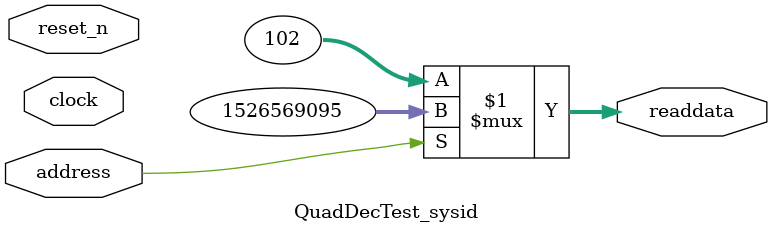
<source format=v>

`timescale 1ns / 1ps
// synthesis translate_on

// turn off superfluous verilog processor warnings 
// altera message_level Level1 
// altera message_off 10034 10035 10036 10037 10230 10240 10030 

module QuadDecTest_sysid (
               // inputs:
                address,
                clock,
                reset_n,

               // outputs:
                readdata
             )
;

  output  [ 31: 0] readdata;
  input            address;
  input            clock;
  input            reset_n;

  wire    [ 31: 0] readdata;
  //control_slave, which is an e_avalon_slave
  assign readdata = address ? 1526569095 : 102;

endmodule




</source>
